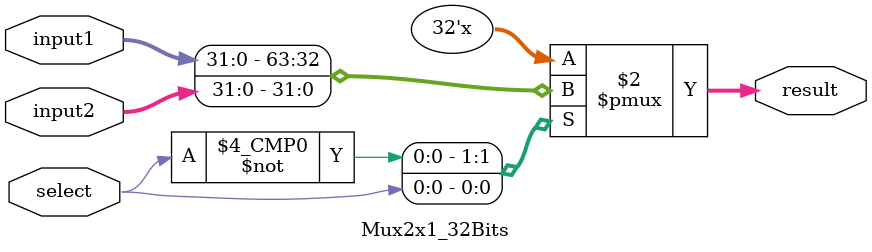
<source format=v>
module Mux2x1_32Bits(
    output reg [31:0] result,
    input [31:0] input1,
    input [31:0] input2,
    input select
);
always @(input1, input2, select) begin
    case(select)
        1'b0: begin 
			result = input1; 
		end
        1'b1: begin 
			result = input2; 
		end
        default: result = 32'bx;
    endcase
end

endmodule

</source>
